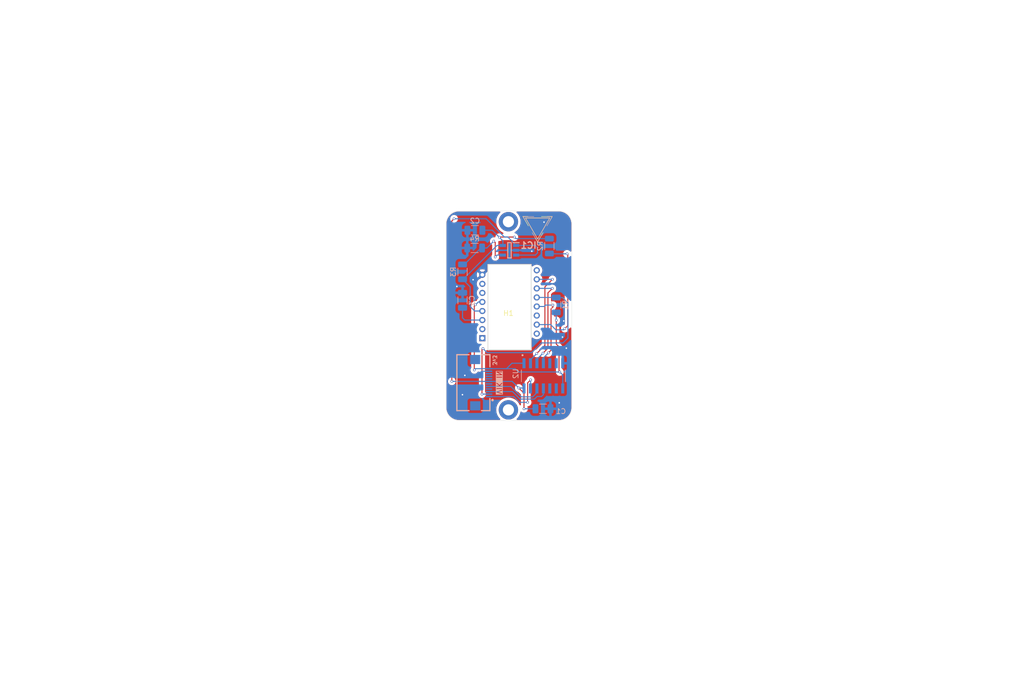
<source format=kicad_pcb>
(kicad_pcb (version 20221018) (generator pcbnew)
  (layers (0 "F.Cu" signal) (31 "B.Cu" signal) (34 "B.Paste" user) (35 "F.Paste" user) (36 "B.SilkS" user "B.Silkscreen") (37 "F.SilkS" user "F.Silkscreen") (38 "B.Mask" user) (39 "F.Mask" user) (44 "Edge.Cuts" user))
  (net 0 "")
  (net 1 "GND")
  (net 2 "+5V")
  (net 3 "rgb_led_in")
  (net 4 "2V")
  (net 5 "SDA")
  (net 6 "SCL")
  (net 7 "GPIO_AD2")
  (net 8 "+3V3")
  (net 9 "MOSI")
  (net 10 "SPI_CS")
  (net 11 "MISO")
  (net 12 "SCLK")
  (net 13 "Net-(U1-VDDPIX)")
  (net 14 "Net-(IC1-ADJ)")
  (net 15 "Net-(U1-LED_P)")
  (net 21 "SCLK_SENSOR")
  (net 22 "MOSI_SENSOR")
  (net 23 "TR_CS_SENSOR")
  (net 28 "GPIO_AD1")
  (footprint "vik:vik-module-mounting-small" (layer "F.Cu") (at 174.53 120.66)
    (fp_text reference "H1" (at 0 -0.5 unlocked) (layer "F.SilkS"))
    (fp_text value "MountingHole")
    (pad "1" thru_hole circle (at 0 -18.5) (size 3.8 3.8) (drill 2.2) (layers "*.Cu" "*.Mask"))
    (pad "1" thru_hole circle (at 0 18.5) (size 3.8 3.8) (drill 2.2) (layers "*.Cu" "*.Mask"))
  )
  (footprint "fingerpunch:vik-logo-small" (layer "F.Cu") (at 180.27 102.95)
    (fp_text reference "REF**")
    (fp_text value "vik-logo-small")
    (fp_line (start -2.880161 -1.806346) (end -1.892323 -1.805976) (stroke (width 0.1)) (layer "F.SilkS"))
    (fp_line (start -2.383804 -1.52) (end 2.38 -1.52) (stroke (width 0.1)) (layer "F.SilkS"))
    (fp_line (start -1.815689 0.036813) (end -2.880161 -1.806346) (stroke (width 0.1)) (layer "F.SilkS"))
    (fp_line (start -0.001902 2.605575) (end -2.383804 -1.52) (stroke (width 0.1)) (layer "F.SilkS"))
    (fp_line (start 0.000114 3.195112) (end -0.493459 2.339419) (stroke (width 0.1)) (layer "F.SilkS"))
    (fp_line (start 0.741256 -1.793386) (end 2.869715 -1.793686) (stroke (width 0.1)) (layer "F.SilkS"))
    (fp_line (start 1.064084 1.351662) (end 0.000114 3.195112) (stroke (width 0.1)) (layer "F.SilkS"))
    (fp_line (start 2.38 -1.52) (end -0.001902 2.605575) (stroke (width 0.1)) (layer "F.SilkS"))
    (fp_line (start 2.869715 -1.793686) (end 2.375449 -0.938393) (stroke (width 0.1)) (layer "F.SilkS"))
  )
  (footprint "fingerpunch:SOIC127P600X175-14N" (layer "B.Cu") (at 181.4 132.47 -90)
    (fp_text reference "U2" (at -0.425 5.435 90) (layer "B.SilkS") (effects (justify mirror)))
    (fp_text value "TXS0104EDR")
    (fp_line (start -1.17 -4.325) (end 1.17 -4.325) (stroke (width 0.127)) (layer "B.SilkS"))
    (fp_line (start -1.17 4.325) (end 1.17 4.325) (stroke (width 0.127)) (layer "B.SilkS"))
    (fp_circle (center -4.05 4.1) (end -3.95 4.1) (stroke (width 0.2)) (fill none) (layer "B.SilkS"))
    (pad "1" smd rect (at -2.475 3.81 270) (size 1.97 0.6) (layers "B.Cu" "B.Paste" "B.Mask") (net 8 "+3V3"))
    (pad "2" smd rect (at -2.475 2.54 270) (size 1.97 0.6) (layers "B.Cu" "B.Paste" "B.Mask") (net 21 "SCLK_SENSOR"))
    (pad "3" smd rect (at -2.475 1.27 270) (size 1.97 0.6) (layers "B.Cu" "B.Paste" "B.Mask") (net 22 "MOSI_SENSOR"))
    (pad "4" smd rect (at -2.475 0 270) (size 1.97 0.6) (layers "B.Cu" "B.Paste" "B.Mask") (net 23 "TR_CS_SENSOR"))
    (pad "5" smd rect (at -2.475 -1.27 270) (size 1.97 0.6) (layers "B.Cu" "B.Paste" "B.Mask"))
    (pad "6" smd rect (at -2.475 -2.54 270) (size 1.97 0.6) (layers "B.Cu" "B.Paste" "B.Mask"))
    (pad "7" smd rect (at -2.475 -3.81 270) (size 1.97 0.6) (layers "B.Cu" "B.Paste" "B.Mask") (net 1 "GND"))
    (pad "8" smd rect (at 2.475 -3.81 270) (size 1.97 0.6) (layers "B.Cu" "B.Paste" "B.Mask") (net 8 "+3V3"))
    (pad "9" smd rect (at 2.475 -2.54 270) (size 1.97 0.6) (layers "B.Cu" "B.Paste" "B.Mask"))
    (pad "10" smd rect (at 2.475 -1.27 270) (size 1.97 0.6) (layers "B.Cu" "B.Paste" "B.Mask"))
    (pad "11" smd rect (at 2.475 0 270) (size 1.97 0.6) (layers "B.Cu" "B.Paste" "B.Mask") (net 10 "SPI_CS"))
    (pad "12" smd rect (at 2.475 1.27 270) (size 1.97 0.6) (layers "B.Cu" "B.Paste" "B.Mask") (net 9 "MOSI"))
    (pad "13" smd rect (at 2.475 2.54 270) (size 1.97 0.6) (layers "B.Cu" "B.Paste" "B.Mask") (net 12 "SCLK"))
    (pad "14" smd rect (at 2.475 3.81 270) (size 1.97 0.6) (layers "B.Cu" "B.Paste" "B.Mask") (net 2 "+5V"))
  )
  (footprint "Resistor_SMD:R_1206_3216Metric" (layer "B.Cu") (at 182.58 106.95 -90)
    (fp_text reference "R2" (at 0 1.82 90) (layer "B.SilkS") (effects (justify mirror)))
    (fp_text value "39")
    (fp_line (start -0.727064 -0.91) (end 0.727064 -0.91) (stroke (width 0.12)) (layer "B.SilkS"))
    (fp_line (start -0.727064 0.91) (end 0.727064 0.91) (stroke (width 0.12)) (layer "B.SilkS"))
    (pad "1" smd roundrect (at -1.4625 0 270) (size 1.125 1.75) (layers "B.Cu" "B.Paste" "B.Mask") (roundrect_rratio 0.2222222222) (net 4 "2V"))
    (pad "2" smd roundrect (at 1.4625 0 270) (size 1.125 1.75) (layers "B.Cu" "B.Paste" "B.Mask") (roundrect_rratio 0.2222222222) (net 15 "Net-(U1-LED_P)"))
  )
  (footprint "Capacitor_SMD:C_1206_3216Metric" (layer "B.Cu") (at 167.94 103.84 180)
    (fp_text reference "C2" (at 0 1.85) (layer "B.SilkS") (effects (justify mirror)))
    (fp_text value "1uF")
    (fp_line (start -0.711252 -0.91) (end 0.711252 -0.91) (stroke (width 0.12)) (layer "B.SilkS"))
    (fp_line (start -0.711252 0.91) (end 0.711252 0.91) (stroke (width 0.12)) (layer "B.SilkS"))
    (pad "1" smd roundrect (at -1.475 0 180) (size 1.15 1.8) (layers "B.Cu" "B.Paste" "B.Mask") (roundrect_rratio 0.2173913043) (net 4 "2V"))
    (pad "2" smd roundrect (at 1.475 0 180) (size 1.15 1.8) (layers "B.Cu" "B.Paste" "B.Mask") (roundrect_rratio 0.2173913043) (net 1 "GND"))
  )
  (footprint "fingerpunch:vik-logo-small" (layer "B.Cu") (at 180.27 102.95 180)
    (fp_text reference "REF**")
    (fp_text value "vik-logo-small")
    (fp_line (start -2.880161 1.806346) (end -1.892323 1.805976) (stroke (width 0.1)) (layer "B.SilkS"))
    (fp_line (start -2.383804 1.52) (end 2.38 1.52) (stroke (width 0.1)) (layer "B.SilkS"))
    (fp_line (start -1.815689 -0.036813) (end -2.880161 1.806346) (stroke (width 0.1)) (layer "B.SilkS"))
    (fp_line (start -0.001902 -2.605575) (end -2.383804 1.52) (stroke (width 0.1)) (layer "B.SilkS"))
    (fp_line (start 0.000114 -3.195112) (end -0.493459 -2.339419) (stroke (width 0.1)) (layer "B.SilkS"))
    (fp_line (start 0.741256 1.793386) (end 2.869715 1.793686) (stroke (width 0.1)) (layer "B.SilkS"))
    (fp_line (start 1.064084 -1.351662) (end 0.000114 -3.195112) (stroke (width 0.1)) (layer "B.SilkS"))
    (fp_line (start 2.38 1.52) (end -0.001902 -2.605575) (stroke (width 0.1)) (layer "B.SilkS"))
    (fp_line (start 2.869715 1.793686) (end 2.375449 0.938393) (stroke (width 0.1)) (layer "B.SilkS"))
  )
  (footprint "vik:vik-module-connector-horizontal" (layer "B.Cu") (at 168.69 133.81 90)
    (fp_text reference "J1" hide)
    (fp_text value "~")
    (fp_text user "VIK IN" (at -2.36 3.42 270 unlocked) (layer "B.SilkS" knockout) (effects (justify left bottom mirror)))
    (fp_text user "3v3" (at 3.3 2.7 270 unlocked) (layer "B.SilkS") (effects (font (size 0.75 0.75)) (justify left bottom mirror)))
    (fp_line (start -5.5 -4.295) (end -5.5 -1.912) (stroke (width 0.254)) (layer "B.SilkS"))
    (fp_line (start -5.5 0.539) (end -5.5 2.2) (stroke (width 0.254)) (layer "B.SilkS"))
    (fp_line (start -5.5 2.2) (end -3.131 2.2) (stroke (width 0.254)) (layer "B.SilkS"))
    (fp_line (start 5.5 -4.295) (end -5.5 -4.295) (stroke (width 0.254)) (layer "B.SilkS"))
    (fp_line (start 5.5 -4.295) (end 5.5 -1.912) (stroke (width 0.254)) (layer "B.SilkS"))
    (fp_line (start 5.5 0.539) (end 5.5 2.2) (stroke (width 0.254)) (layer "B.SilkS"))
    (fp_line (start 5.5 2.2) (end 3.131 2.2) (stroke (width 0.254)) (layer "B.SilkS"))
    (fp_circle (center -3.429 2.708) (end -3.302 2.708) (stroke (width 0.254)) (fill none) (layer "B.SilkS"))
    (pad "1" smd rect (at -2.75 2.038 90) (size 0.28 1.25) (layers "B.Cu" "B.Paste" "B.Mask") (net 12 "SCLK"))
    (pad "2" smd rect (at -2.25 2.038 90) (size 0.28 1.25) (layers "B.Cu" "B.Paste" "B.Mask") (net 11 "MISO"))
    (pad "3" smd rect (at -1.75 2.038 90) (size 0.28 1.25) (layers "B.Cu" "B.Paste" "B.Mask") (net 10 "SPI_CS"))
    (pad "4" smd rect (at -1.25 2.038 90) (size 0.28 1.25) (layers "B.Cu" "B.Paste" "B.Mask") (net 7 "GPIO_AD2"))
    (pad "5" smd rect (at -0.75 2.038 90) (size 0.28 1.25) (layers "B.Cu" "B.Paste" "B.Mask") (net 9 "MOSI"))
    (pad "6" smd rect (at -0.25 2.038 90) (size 0.28 1.25) (layers "B.Cu" "B.Paste" "B.Mask") (net 28 "GPIO_AD1"))
    (pad "7" smd rect (at 0.25 2.038 90) (size 0.28 1.25) (layers "B.Cu" "B.Paste" "B.Mask") (net 2 "+5V"))
    (pad "8" smd rect (at 0.75 2.038 90) (size 0.28 1.25) (layers "B.Cu" "B.Paste" "B.Mask") (net 3 "rgb_led_in"))
    (pad "9" smd rect (at 1.25 2.038 90) (size 0.28 1.25) (layers "B.Cu" "B.Paste" "B.Mask") (net 6 "SCL"))
    (pad "10" smd rect (at 1.75 2.038 90) (size 0.28 1.25) (layers "B.Cu" "B.Paste" "B.Mask") (net 5 "SDA"))
    (pad "11" smd rect (at 2.25 2.038 90) (size 0.28 1.25) (layers "B.Cu" "B.Paste" "B.Mask") (net 1 "GND"))
    (pad "12" smd rect (at 2.75 2.038 90) (size 0.28 1.25) (layers "B.Cu" "B.Paste" "B.Mask") (net 8 "+3V3"))
    (pad "13" smd rect (at 4.55 -0.686 90) (size 1.8 2) (layers "B.Cu" "B.Paste" "B.Mask"))
    (pad "14" smd rect (at -4.55 -0.686 90) (size 1.8 2) (layers "B.Cu" "B.Paste" "B.Mask"))
  )
  (footprint "Capacitor_SMD:C_1206_3216Metric" (layer "B.Cu") (at 181.32 138.94)
    (fp_text reference "C1" (at 3.53 0.51) (layer "B.SilkS") (effects (justify mirror)))
    (fp_text value "1uF")
    (fp_line (start -0.711252 -0.91) (end 0.711252 -0.91) (stroke (width 0.12)) (layer "B.SilkS"))
    (fp_line (start -0.711252 0.91) (end 0.711252 0.91) (stroke (width 0.12)) (layer "B.SilkS"))
    (pad "1" smd roundrect (at -1.475 0) (size 1.15 1.8) (layers "B.Cu" "B.Paste" "B.Mask") (roundrect_rratio 0.2173913043) (net 2 "+5V"))
    (pad "2" smd roundrect (at 1.475 0) (size 1.15 1.8) (layers "B.Cu" "B.Paste" "B.Mask") (roundrect_rratio 0.2173913043) (net 1 "GND"))
  )
  (footprint "Resistor_SMD:R_1206_3216Metric" (layer "B.Cu") (at 183.93 118.54 90)
    (fp_text reference "R1" (at 0 1.82 90) (layer "B.SilkS") (effects (justify mirror)))
    (fp_text value "10k")
    (fp_line (start -0.727064 -0.91) (end 0.727064 -0.91) (stroke (width 0.12)) (layer "B.SilkS"))
    (fp_line (start -0.727064 0.91) (end 0.727064 0.91) (stroke (width 0.12)) (layer "B.SilkS"))
    (pad "1" smd roundrect (at -1.4625 0 90) (size 1.125 1.75) (layers "B.Cu" "B.Paste" "B.Mask") (roundrect_rratio 0.2222222222) (net 8 "+3V3"))
    (pad "2" smd roundrect (at 1.4625 0 90) (size 1.125 1.75) (layers "B.Cu" "B.Paste" "B.Mask") (roundrect_rratio 0.2222222222) (net 11 "MISO"))
  )
  (footprint "Resistor_SMD:R_1206_3216Metric" (layer "B.Cu") (at 167.89 107.33 180)
    (fp_text reference "R4" (at 0 1.82) (layer "B.SilkS") (effects (justify mirror)))
    (fp_text value "10k")
    (fp_line (start -0.727064 -0.91) (end 0.727064 -0.91) (stroke (width 0.12)) (layer "B.SilkS"))
    (fp_line (start -0.727064 0.91) (end 0.727064 0.91) (stroke (width 0.12)) (layer "B.SilkS"))
    (pad "1" smd roundrect (at -1.4625 0 180) (size 1.125 1.75) (layers "B.Cu" "B.Paste" "B.Mask") (roundrect_rratio 0.2222222222) (net 14 "Net-(IC1-ADJ)"))
    (pad "2" smd roundrect (at 1.4625 0 180) (size 1.125 1.75) (layers "B.Cu" "B.Paste" "B.Mask") (roundrect_rratio 0.2222222222) (net 1 "GND"))
  )
  (footprint "Resistor_SMD:R_1206_3216Metric" (layer "B.Cu") (at 165.51 112.02 -90)
    (fp_text reference "R3" (at 0 1.82 90) (layer "B.SilkS") (effects (justify mirror)))
    (fp_text value "15k")
    (fp_line (start -0.727064 -0.91) (end 0.727064 -0.91) (stroke (width 0.12)) (layer "B.SilkS"))
    (fp_line (start -0.727064 0.91) (end 0.727064 0.91) (stroke (width 0.12)) (layer "B.SilkS"))
    (pad "1" smd roundrect (at -1.4625 0 270) (size 1.125 1.75) (layers "B.Cu" "B.Paste" "B.Mask") (roundrect_rratio 0.2222222222) (net 14 "Net-(IC1-ADJ)"))
    (pad "2" smd roundrect (at 1.4625 0 270) (size 1.125 1.75) (layers "B.Cu" "B.Paste" "B.Mask") (roundrect_rratio 0.2222222222) (net 4 "2V"))
  )
  (footprint "fingerpunch:PMW3360" (layer "B.Cu") (at 174.75 118.96)
    (fp_text reference "U1" hide)
    (fp_text value "PMW3360DM-T2QU")
    (fp_line (start -4.25 -8.375) (end 4.25 -8.375) (stroke (width 0.12)) (layer "Edge.Cuts"))
    (fp_line (start -4.25 8.375) (end -4.25 -8.375) (stroke (width 0.12)) (layer "Edge.Cuts"))
    (fp_line (start -4.25 8.375) (end 4.25 8.375) (stroke (width 0.12)) (layer "Edge.Cuts"))
    (fp_line (start 4.25 8.375) (end 4.25 -8.375) (stroke (width 0.12)) (layer "Edge.Cuts"))
    (pad "1" thru_hole rect (at -5.35 6.105) (size 1.2 1.2) (drill 0.7) (layers "*.Cu" "*.Mask"))
    (pad "2" thru_hole circle (at -5.35 4.325) (size 1.2 1.2) (drill 0.7) (layers "*.Cu" "*.Mask"))
    (pad "3" thru_hole circle (at -5.35 2.545) (size 1.2 1.2) (drill 0.7) (layers "*.Cu" "*.Mask") (net 13 "Net-(U1-VDDPIX)"))
    (pad "4" thru_hole circle (at -5.35 0.765) (size 1.2 1.2) (drill 0.7) (layers "*.Cu" "*.Mask") (net 4 "2V"))
    (pad "5" thru_hole circle (at -5.35 -1.015) (size 1.2 1.2) (drill 0.7) (layers "*.Cu" "*.Mask") (net 8 "+3V3"))
    (pad "6" thru_hole circle (at -5.35 -2.795) (size 1.2 1.2) (drill 0.7) (layers "*.Cu" "*.Mask"))
    (pad "7" thru_hole circle (at -5.35 -4.575) (size 1.2 1.2) (drill 0.7) (layers "*.Cu" "*.Mask"))
    (pad "8" thru_hole circle (at -5.35 -6.355) (size 1.2 1.2) (drill 0.7) (layers "*.Cu" "*.Mask") (net 1 "GND"))
    (pad "9" thru_hole circle (at 5.35 -7.245) (size 1.2 1.2) (drill 0.7) (layers "*.Cu" "*.Mask"))
    (pad "10" thru_hole circle (at 5.35 -5.465) (size 1.2 1.2) (drill 0.7) (layers "*.Cu" "*.Mask") (net 21 "SCLK_SENSOR"))
    (pad "11" thru_hole circle (at 5.35 -3.685) (size 1.2 1.2) (drill 0.7) (layers "*.Cu" "*.Mask") (net 22 "MOSI_SENSOR"))
    (pad "12" thru_hole circle (at 5.35 -1.905) (size 1.2 1.2) (drill 0.7) (layers "*.Cu" "*.Mask") (net 11 "MISO"))
    (pad "13" thru_hole circle (at 5.35 -0.125) (size 1.2 1.2) (drill 0.7) (layers "*.Cu" "*.Mask") (net 23 "TR_CS_SENSOR"))
    (pad "14" thru_hole circle (at 5.35 1.655) (size 1.2 1.2) (drill 0.7) (layers "*.Cu" "*.Mask"))
    (pad "15" thru_hole circle (at 5.35 3.435) (size 1.2 1.2) (drill 0.7) (layers "*.Cu" "*.Mask") (net 15 "Net-(U1-LED_P)"))
    (pad "16" thru_hole circle (at 5.35 5.215) (size 1.2 1.2) (drill 0.7) (layers "*.Cu" "*.Mask"))
  )
  (footprint "Capacitor_SMD:C_1206_3216Metric" (layer "B.Cu") (at 165.51 117.62 90)
    (fp_text reference "C3" (at 0 1.85 90) (layer "B.SilkS") (effects (justify mirror)))
    (fp_text value "4.7uF")
    (fp_line (start -0.711252 -0.91) (end 0.711252 -0.91) (stroke (width 0.12)) (layer "B.SilkS"))
    (fp_line (start -0.711252 0.91) (end 0.711252 0.91) (stroke (width 0.12)) (layer "B.SilkS"))
    (pad "1" smd roundrect (at -1.475 0 90) (size 1.15 1.8) (layers "B.Cu" "B.Paste" "B.Mask") (roundrect_rratio 0.2173913043) (net 13 "Net-(U1-VDDPIX)"))
    (pad "2" smd roundrect (at 1.475 0 90) (size 1.15 1.8) (layers "B.Cu" "B.Paste" "B.Mask") (roundrect_rratio 0.2173913043) (net 1 "GND"))
  )
  (footprint "fingerpunch:AP7331" (layer "B.Cu") (at 174.74 107.78 180)
    (fp_text reference "IC1" (at -3.76 0.96) (layer "B.SilkS") (effects (font (size 1.27 1.27) (thickness 0.254)) (justify mirror)))
    (fp_text value "AP7335-WG-7" hide)
    (fp_line (start -1.9 1.5) (end -0.7 1.5) (stroke (width 0.2)) (layer "B.SilkS"))
    (fp_line (start -0.35 -1.5) (end -0.35 1.5) (stroke (width 0.2)) (layer "B.SilkS"))
    (fp_line (start -0.35 1.5) (end 0.35 1.5) (stroke (width 0.2)) (layer "B.SilkS"))
    (fp_line (start 0.35 -1.5) (end -0.35 -1.5) (stroke (width 0.2)) (layer "B.SilkS"))
    (fp_line (start 0.35 1.5) (end 0.35 -1.5) (stroke (width 0.2)) (layer "B.SilkS"))
    (pad "1" smd rect (at -1.3 0.95 90) (size 0.6 1.2) (layers "B.Cu" "B.Paste" "B.Mask") (net 2 "+5V"))
    (pad "2" smd rect (at -1.3 0 90) (size 0.6 1.2) (layers "B.Cu" "B.Paste" "B.Mask") (net 1 "GND"))
    (pad "3" smd rect (at -1.3 -0.95 90) (size 0.6 1.2) (layers "B.Cu" "B.Paste" "B.Mask") (net 2 "+5V"))
    (pad "4" smd rect (at 1.3 -0.95 90) (size 0.6 1.2) (layers "B.Cu" "B.Paste" "B.Mask") (net 14 "Net-(IC1-ADJ)"))
    (pad "5" smd rect (at 1.3 0.95 90) (size 0.6 1.2) (layers "B.Cu" "B.Paste" "B.Mask") (net 4 "2V"))
  )
  (gr_arc (start 164.78 141.25) (mid 162.983949 140.506051) (end 162.24 138.71) (stroke (width 0.05)) (layer "Edge.Cuts"))
  (gr_line (start 184.47 100.05) (end 164.78 100.05) (stroke (width 0.05)) (layer "Edge.Cuts"))
  (gr_arc (start 187.01 138.71) (mid 186.266051 140.506051) (end 184.47 141.25) (stroke (width 0.05)) (layer "Edge.Cuts"))
  (gr_line (start 187.01 138.71) (end 187.01 102.59) (stroke (width 0.05)) (layer "Edge.Cuts"))
  (gr_line (start 164.78 141.25) (end 184.47 141.25) (stroke (width 0.05)) (layer "Edge.Cuts"))
  (gr_arc (start 184.47 100.05) (mid 186.266051 100.793949) (end 187.01 102.59) (stroke (width 0.05)) (layer "Edge.Cuts"))
  (gr_line (start 162.24 102.59) (end 162.24 138.71) (stroke (width 0.05)) (layer "Edge.Cuts"))
  (gr_arc (start 162.24 102.59) (mid 162.983949 100.793949) (end 164.78 100.05) (stroke (width 0.05)) (layer "Edge.Cuts"))
  (via (at 165.49 136.18) (size 0.5) (drill 0.3) (layers "F.Cu" "B.Cu") (net 1))
  (via (at 181.53 102.24) (size 0.5) (drill 0.3) (layers "F.Cu" "B.Cu") (net 1))
  (via (at 185.92 127.03) (size 0.5) (drill 0.3) (layers "F.Cu" "B.Cu") (net 1))
  (via (at 185.41 121.68) (size 0.5) (drill 0.3) (layers "F.Cu" "B.Cu") (net 1))
  (via (at 164.39 114.89) (size 0.5) (drill 0.3) (layers "F.Cu" "B.Cu") (net 1))
  (via (at 184.53 137.78) (size 0.5) (drill 0.3) (layers "F.Cu" "B.Cu") (net 1))
  (via (at 167.58 113.57) (size 0.5) (drill 0.3) (layers "F.Cu" "B.Cu") (net 1))
  (via (at 179.13 107.96) (size 0.5) (drill 0.3) (layers "F.Cu" "B.Cu") (net 1))
  (via (at 165.96 132.38) (size 0.5) (drill 0.3) (layers "F.Cu" "B.Cu") (net 1))
  (via (at 185.16 124.85) (size 0.5) (drill 0.3) (layers "F.Cu" "B.Cu") (net 1))
  (segment (start 170.728 131.56) (end 169.27 131.56) (width 0.2) (layer "B.Cu") (net 1))
  (segment (start 169.27 131.56) (end 168.48 132.35) (width 0.2) (layer "B.Cu") (net 1))
  (segment (start 168.45 132.38) (end 165.96 132.38) (width 0.2) (layer "B.Cu") (net 1))
  (segment (start 168.48 132.35) (end 168.45 132.38) (width 0.2) (layer "B.Cu") (net 1))
  (segment (start 177.59 135.88) (end 176.57 134.86) (width 0.2) (layer "F.Cu") (net 2))
  (segment (start 163.4 133.56) (end 163.4 102.02) (width 0.2) (layer "F.Cu") (net 2))
  (segment (start 163.4 102.02) (end 163.84 101.58) (width 0.2) (layer "F.Cu") (net 2))
  (segment (start 177.59 138.95) (end 177.59 135.88) (width 0.2) (layer "F.Cu") (net 2))
  (via (at 163.4 133.56) (size 0.5) (drill 0.3) (layers "F.Cu" "B.Cu") (net 2))
  (via (at 163.84 101.58) (size 0.5) (drill 0.3) (layers "F.Cu" "B.Cu") (net 2))
  (via (at 176.57 134.86) (size 0.5) (drill 0.3) (layers "F.Cu" "B.Cu") (net 2))
  (via (at 177.59 138.95) (size 0.5) (drill 0.3) (layers "F.Cu" "B.Cu") (net 2))
  (segment (start 176.57 134.86) (end 177.505 134.86) (width 0.2) (layer "B.Cu") (net 2))
  (segment (start 179.83 106.83) (end 180.25 107.25) (width 0.2) (layer "B.Cu") (net 2))
  (segment (start 170.14 101.58) (end 173.72 105.16) (width 0.2) (layer "B.Cu") (net 2))
  (segment (start 175.27 133.56) (end 176.57 134.86) (width 0.2) (layer "B.Cu") (net 2))
  (segment (start 170.728 133.56) (end 163.4 133.56) (width 0.2) (layer "B.Cu") (net 2))
  (segment (start 177.6 138.94) (end 177.59 138.95) (width 0.2) (layer "B.Cu") (net 2))
  (segment (start 180.25 107.25) (end 180.25 108.3) (width 0.2) (layer "B.Cu") (net 2))
  (segment (start 163.84 101.58) (end 170.14 101.58) (width 0.2) (layer "B.Cu") (net 2))
  (segment (start 173.72 105.16) (end 174.39 105.16) (width 0.2) (layer "B.Cu") (net 2))
  (segment (start 174.39 105.16) (end 176.04 106.81) (width 0.2) (layer "B.Cu") (net 2))
  (segment (start 180.25 108.3) (end 179.82 108.73) (width 0.2) (layer "B.Cu") (net 2))
  (segment (start 176.04 106.81) (end 176.04 106.83) (width 0.2) (layer "B.Cu") (net 2))
  (segment (start 177.505 134.86) (end 177.59 134.945) (width 0.2) (layer "B.Cu") (net 2))
  (segment (start 176.04 106.83) (end 179.83 106.83) (width 0.2) (layer "B.Cu") (net 2))
  (segment (start 170.728 133.56) (end 175.27 133.56) (width 0.2) (layer "B.Cu") (net 2))
  (segment (start 179.82 108.73) (end 176.04 108.73) (width 0.2) (layer "B.Cu") (net 2))
  (segment (start 179.845 138.94) (end 177.6 138.94) (width 0.2) (layer "B.Cu") (net 2))
  (segment (start 175.7 105.18) (end 172.76 105.18) (width 0.2) (layer "F.Cu") (net 4))
  (segment (start 172.76 105.18) (end 172.73 105.21) (width 0.2) (layer "F.Cu") (net 4))
  (via (at 172.73 105.21) (size 0.5) (drill 0.3) (layers "F.Cu" "B.Cu") (net 4))
  (via (at 175.7 105.18) (size 0.5) (drill 0.3) (layers "F.Cu" "B.Cu") (net 4))
  (segment (start 171.36 103.84) (end 169.415 103.84) (width 0.2) (layer "B.Cu") (net 4))
  (segment (start 173.44 105.92) (end 172.73 105.21) (width 0.2) (layer "B.Cu") (net 4))
  (segment (start 167.01 114.9825) (end 165.51 113.4825) (width 0.2) (layer "B.Cu") (net 4))
  (segment (start 176.0075 105.4875) (end 175.7 105.18) (width 0.2) (layer "B.Cu") (net 4))
  (segment (start 167.895 119.725) (end 167.01 118.84) (width 0.2) (layer "B.Cu") (net 4))
  (segment (start 165.6375 113.4825) (end 172.29 106.83) (width 0.2) (layer "B.Cu") (net 4))
  (segment (start 173.44 106.83) (end 173.44 105.92) (width 0.2) (layer "B.Cu") (net 4))
  (segment (start 172.29 106.83) (end 173.44 106.83) (width 0.2) (layer "B.Cu") (net 4))
  (segment (start 167.01 118.84) (end 167.01 114.9825) (width 0.2) (layer "B.Cu") (net 4))
  (segment (start 182.58 105.4875) (end 176.0075 105.4875) (width 0.2) (layer "B.Cu") (net 4))
  (segment (start 172.73 105.21) (end 171.36 103.84) (width 0.2) (layer "B.Cu") (net 4))
  (segment (start 165.51 113.4825) (end 165.6375 113.4825) (width 0.2) (layer "B.Cu") (net 4))
  (segment (start 169.4 119.725) (end 167.895 119.725) (width 0.2) (layer "B.Cu") (net 4))
  (segment (start 167.82 118.74) (end 167.82 125.83) (width 0.2) (layer "F.Cu") (net 8))
  (segment (start 183.94 126.22) (end 183.94 121.54) (width 0.2) (layer "F.Cu") (net 8))
  (segment (start 184.48 126.76) (end 183.94 126.22) (width 0.2) (layer "F.Cu") (net 8))
  (segment (start 167.82 125.83) (end 167.82 131.3) (width 0.2) (layer "F.Cu") (net 8))
  (segment (start 168.06 118.5) (end 167.82 118.74) (width 0.2) (layer "F.Cu") (net 8))
  (segment (start 184.48 131.56) (end 184.48 126.76) (width 0.2) (layer "F.Cu") (net 8))
  (segment (start 167.82 131.3) (end 167.83 131.31) (width 0.2) (layer "F.Cu") (net 8))
  (segment (start 184.63 131.71) (end 184.48 131.56) (width 0.2) (layer "F.Cu") (net 8))
  (via (at 184.63 131.71) (size 0.5) (drill 0.3) (layers "F.Cu" "B.Cu") (net 8))
  (via (at 168.06 118.5) (size 0.5) (drill 0.3) (layers "F.Cu" "B.Cu") (net 8))
  (via (at 183.94 121.54) (size 0.5) (drill 0.3) (layers "F.Cu" "B.Cu") (net 8))
  (via (at 167.83 131.31) (size 0.5) (drill 0.3) (layers "F.Cu" "B.Cu") (net 8))
  (segment (start 174.16 131.06) (end 175.84 131.06) (width 0.2) (layer "B.Cu") (net 8))
  (segment (start 183.93 120.0025) (end 183.93 121) (width 0.2) (layer "B.Cu") (net 8))
  (segment (start 174.16 131.06) (end 175.225 129.995) (width 0.2) (layer "B.Cu") (net 8))
  (segment (start 167.83 131.31) (end 168.08 131.06) (width 0.2) (layer "B.Cu") (net 8))
  (segment (start 175.225 129.995) (end 177.59 129.995) (width 0.2) (layer "B.Cu") (net 8))
  (segment (start 185.21 132.29) (end 185.21 134.945) (width 0.2) (layer "B.Cu") (net 8))
  (segment (start 168.08 131.06) (end 170.728 131.06) (width 0.2) (layer "B.Cu") (net 8))
  (segment (start 184.63 131.71) (end 185.21 132.29) (width 0.2) (layer "B.Cu") (net 8))
  (segment (start 176.49 131.71) (end 184.63 131.71) (width 0.2) (layer "B.Cu") (net 8))
  (segment (start 175.84 131.06) (end 176.49 131.71) (width 0.2) (layer "B.Cu") (net 8))
  (segment (start 183.93 121) (end 183.93 121.53) (width 0.2) (layer "B.Cu") (net 8))
  (segment (start 168.615 117.945) (end 168.06 118.5) (width 0.2) (layer "B.Cu") (net 8))
  (segment (start 170.728 131.06) (end 174.16 131.06) (width 0.2) (layer "B.Cu") (net 8))
  (segment (start 169.4 117.945) (end 168.615 117.945) (width 0.2) (layer "B.Cu") (net 8))
  (segment (start 183.93 121.53) (end 183.94 121.54) (width 0.2) (layer "B.Cu") (net 8))
  (segment (start 179.3 136.6) (end 180.13 135.77) (width 0.2) (layer "B.Cu") (net 9))
  (segment (start 177.05 136.6) (end 179.3 136.6) (width 0.2) (layer "B.Cu") (net 9))
  (segment (start 170.728 134.56) (end 175.01 134.56) (width 0.2) (layer "B.Cu") (net 9))
  (segment (start 180.13 135.77) (end 180.13 134.945) (width 0.2) (layer "B.Cu") (net 9))
  (segment (start 175.01 134.56) (end 177.05 136.6) (width 0.2) (layer "B.Cu") (net 9))
  (segment (start 181.4 136.15) (end 181.4 134.945) (width 0.2) (layer "B.Cu") (net 10))
  (segment (start 180.17 136.53) (end 181.02 136.53) (width 0.2) (layer "B.Cu") (net 10))
  (segment (start 181.02 136.53) (end 181.4 136.15) (width 0.2) (layer "B.Cu") (net 10))
  (segment (start 175.33 135.56) (end 176.81 137.04) (width 0.2) (layer "B.Cu") (net 10))
  (segment (start 170.728 135.56) (end 175.33 135.56) (width 0.2) (layer "B.Cu") (net 10))
  (segment (start 176.81 137.04) (end 179.66 137.04) (width 0.2) (layer "B.Cu") (net 10))
  (segment (start 179.66 137.04) (end 180.17 136.53) (width 0.2) (layer "B.Cu") (net 10))
  (segment (start 169.33 136.07) (end 169.33 127.3) (width 0.2) (layer "F.Cu") (net 11))
  (segment (start 169.33 127.3) (end 169.53 127.1) (width 0.2) (layer "F.Cu") (net 11))
  (via (at 169.33 136.07) (size 0.5) (drill 0.3) (layers "F.Cu" "B.Cu") (net 11))
  (via (at 169.53 127.1) (size 0.5) (drill 0.3) (layers "F.Cu" "B.Cu") (net 11))
  (segment (start 185.27 125.99) (end 186.23 125.03) (width 0.2) (layer "B.Cu") (net 11))
  (segment (start 186.23 118.15) (end 185.1575 117.0775) (width 0.2) (layer "B.Cu") (net 11))
  (segment (start 169.53 127.1) (end 170.34 127.91) (width 0.2) (layer "B.Cu") (net 11))
  (segment (start 170.34 127.91) (end 179.1 127.91) (width 0.2) (layer "B.Cu") (net 11))
  (segment (start 183.9075 117.055) (end 180.1 117.055) (width 0.2) (layer "B.Cu") (net 11))
  (segment (start 170.728 136.06) (end 169.34 136.06) (width 0.2) (layer "B.Cu") (net 11))
  (segment (start 185.1575 117.0775) (end 183.93 117.0775) (width 0.2) (layer "B.Cu") (net 11))
  (segment (start 181.02 125.99) (end 185.27 125.99) (width 0.2) (layer "B.Cu") (net 11))
  (segment (start 179.1 127.91) (end 181.02 125.99) (width 0.2) (layer "B.Cu") (net 11))
  (segment (start 186.23 125.03) (end 186.23 118.15) (width 0.2) (layer "B.Cu") (net 11))
  (segment (start 169.34 136.06) (end 169.33 136.07) (width 0.2) (layer "B.Cu") (net 11))
  (segment (start 183.93 117.0775) (end 183.9075 117.055) (width 0.2) (layer "B.Cu") (net 11))
  (segment (start 178.3 137.68) (end 178.3 133.86) (width 0.2) (layer "F.Cu") (net 12))
  (segment (start 178.3 133.86) (end 178.9 133.26) (width 0.2) (layer "F.Cu") (net 12))
  (via (at 178.9 133.26) (size 0.5) (drill 0.3) (layers "F.Cu" "B.Cu") (net 12))
  (via (at 178.3 137.68) (size 0.5) (drill 0.3) (layers "F.Cu" "B.Cu") (net 12))
  (segment (start 178.9 134.905) (end 178.86 134.945) (width 0.2) (layer "B.Cu") (net 12))
  (segment (start 176.14 137.11) (end 176.71 137.68) (width 0.2) (layer "B.Cu") (net 12))
  (segment (start 175.59 136.56) (end 176.14 137.11) (width 0.2) (layer "B.Cu") (net 12))
  (segment (start 176.71 137.68) (end 178.3 137.68) (width 0.2) (layer "B.Cu") (net 12))
  (segment (start 170.728 136.56) (end 175.59 136.56) (width 0.2) (layer "B.Cu") (net 12))
  (segment (start 178.9 133.26) (end 178.9 134.905) (width 0.2) (layer "B.Cu") (net 12))
  (segment (start 169.4 121.505) (end 165.955 121.505) (width 0.2) (layer "B.Cu") (net 13))
  (segment (start 165.51 121.06) (end 165.51 119.095) (width 0.2) (layer "B.Cu") (net 13))
  (segment (start 165.955 121.505) (end 165.51 121.06) (width 0.2) (layer "B.Cu") (net 13))
  (segment (start 171.94 106.27) (end 171.65 105.98) (width 0.2) (layer "F.Cu") (net 14))
  (segment (start 171.94 109.09) (end 171.94 106.27) (width 0.2) (layer "F.Cu") (net 14))
  (via (at 171.65 105.98) (size 0.5) (drill 0.3) (layers "F.Cu" "B.Cu") (net 14))
  (via (at 171.94 109.09) (size 0.5) (drill 0.3) (layers "F.Cu" "B.Cu") (net 14))
  (segment (start 172.3 108.73) (end 171.94 109.09) (width 0.2) (layer "B.Cu") (net 14))
  (segment (start 171.65 105.98) (end 170.3 107.33) (width 0.2) (layer "B.Cu") (net 14))
  (segment (start 165.51 110.5575) (end 165.8825 110.5575) (width 0.2) (layer "B.Cu") (net 14))
  (segment (start 173.44 108.73) (end 172.3 108.73) (width 0.2) (layer "B.Cu") (net 14))
  (segment (start 165.8825 110.5575) (end 169.11 107.33) (width 0.2) (layer "B.Cu") (net 14))
  (segment (start 170.3 107.33) (end 169.3525 107.33) (width 0.2) (layer "B.Cu") (net 14))
  (segment (start 169.11 107.33) (end 169.3525 107.33) (width 0.2) (layer "B.Cu") (net 14))
  (segment (start 186.2 108.61) (end 186.06 108.47) (width 0.2) (layer "F.Cu") (net 15))
  (segment (start 186.2 122.61) (end 186.2 108.61) (width 0.2) (layer "F.Cu") (net 15))
  (segment (start 186.19 122.61) (end 186.2 122.61) (width 0.2) (layer "F.Cu") (net 15))
  (segment (start 185.62 123.18) (end 186.19 122.61) (width 0.2) (layer "F.Cu") (net 15))
  (via (at 186.06 108.47) (size 0.5) (drill 0.3) (layers "F.Cu" "B.Cu") (net 15))
  (via (at 185.62 123.18) (size 0.5) (drill 0.3) (layers "F.Cu" "B.Cu") (net 15))
  (segment (start 183.41 122.98) (end 183.84 123.41) (width 0.2) (layer "B.Cu") (net 15))
  (segment (start 183.84 123.41) (end 185.39 123.41) (width 0.2) (layer "B.Cu") (net 15))
  (segment (start 185.39 123.41) (end 185.62 123.18) (width 0.2) (layer "B.Cu") (net 15))
  (segment (start 180.1 122.395) (end 182.825 122.395) (width 0.2) (layer "B.Cu") (net 15))
  (segment (start 186.06 108.47) (end 182.6375 108.47) (width 0.2) (layer "B.Cu") (net 15))
  (segment (start 182.825 122.395) (end 183.41 122.98) (width 0.2) (layer "B.Cu") (net 15))
  (segment (start 182.6375 108.47) (end 182.58 108.4125) (width 0.2) (layer "B.Cu") (net 15))
  (segment (start 181.7 126.48) (end 180.11 128.07) (width 0.2) (layer "F.Cu") (net 21))
  (segment (start 183.19 113.49) (end 181.7 114.98) (width 0.2) (layer "F.Cu") (net 21))
  (segment (start 181.7 114.98) (end 181.7 126.48) (width 0.2) (layer "F.Cu") (net 21))
  (via (at 183.19 113.49) (size 0.5) (drill 0.3) (layers "F.Cu" "B.Cu") (net 21))
  (via (at 180.11 128.07) (size 0.5) (drill 0.3) (layers "F.Cu" "B.Cu") (net 21))
  (segment (start 180.1 113.495) (end 183.185 113.495) (width 0.2) (layer "B.Cu") (net 21))
  (segment (start 178.86 129.32) (end 180.11 128.07) (width 0.2) (layer "B.Cu") (net 21))
  (segment (start 178.86 129.995) (end 178.86 129.32) (width 0.2) (layer "B.Cu") (net 21))
  (segment (start 183.185 113.495) (end 183.19 113.49) (width 0.2) (layer "B.Cu") (net 21))
  (segment (start 182.3 127.04) (end 182.3 116.15) (width 0.2) (layer "F.Cu") (net 22))
  (segment (start 181.33 128.01) (end 182.3 127.04) (width 0.2) (layer "F.Cu") (net 22))
  (segment (start 182.3 116.15) (end 183.17 115.28) (width 0.2) (layer "F.Cu") (net 22))
  (via (at 183.17 115.28) (size 0.5) (drill 0.3) (layers "F.Cu" "B.Cu") (net 22))
  (via (at 181.33 128.01) (size 0.5) (drill 0.3) (layers "F.Cu" "B.Cu") (net 22))
  (segment (start 183.165 115.275) (end 183.17 115.28) (width 0.2) (layer "B.Cu") (net 22))
  (segment (start 180.13 129.21) (end 181.33 128.01) (width 0.2) (layer "B.Cu") (net 22))
  (segment (start 180.1 115.275) (end 183.165 115.275) (width 0.2) (layer "B.Cu") (net 22))
  (segment (start 180.13 129.995) (end 180.13 129.21) (width 0.2) (layer "B.Cu") (net 22))
  (segment (start 182.91 119.31) (end 182.91 120.34) (width 0.2) (layer "F.Cu") (net 23))
  (segment (start 182.91 122.38) (end 182.91 127.43) (width 0.2) (layer "F.Cu") (net 23))
  (segment (start 183.27 118.95) (end 182.91 119.31) (width 0.2) (layer "F.Cu") (net 23))
  (segment (start 182.91 127.43) (end 182.38 127.96) (width 0.2) (layer "F.Cu") (net 23))
  (segment (start 183.27 118.56) (end 183.27 118.95) (width 0.2) (layer "F.Cu") (net 23))
  (segment (start 182.91 120.34) (end 182.91 122.38) (width 0.2) (layer "F.Cu") (net 23))
  (via (at 183.27 118.56) (size 0.5) (drill 0.3) (layers "F.Cu" "B.Cu") (net 23))
  (via (at 182.38 127.96) (size 0.5) (drill 0.3) (layers "F.Cu" "B.Cu") (net 23))
  (segment (start 181.84 118.56) (end 183.27 118.56) (width 0.2) (layer "B.Cu") (net 23))
  (segment (start 182.38 127.96) (end 181.4 128.94) (width 0.2) (layer "B.Cu") (net 23))
  (segment (start 181.4 128.94) (end 181.4 129.995) (width 0.2) (layer "B.Cu") (net 23))
  (segment (start 180.1 118.835) (end 181.565 118.835) (width 0.2) (layer "B.Cu") (net 23))
  (segment (start 181.66 118.74) (end 181.84 118.56) (width 0.2) (layer "B.Cu") (net 23))
  (segment (start 181.565 118.835) (end 181.66 118.74) (width 0.2) (layer "B.Cu") (net 23))
  (zone (net 1) (net_name "GND") (layers "F&B.Cu") (connect_pads (clearance 0.508)) (min_thickness 0.254) (fill yes (thermal_gap 0.508) (thermal_bridge_width 0.508))
    (polygon (pts (xy 74.56 59.07) (xy 74.88 193.26) (xy 275.69 194.21) (xy 275.91 58.57)))
  )
)
</source>
